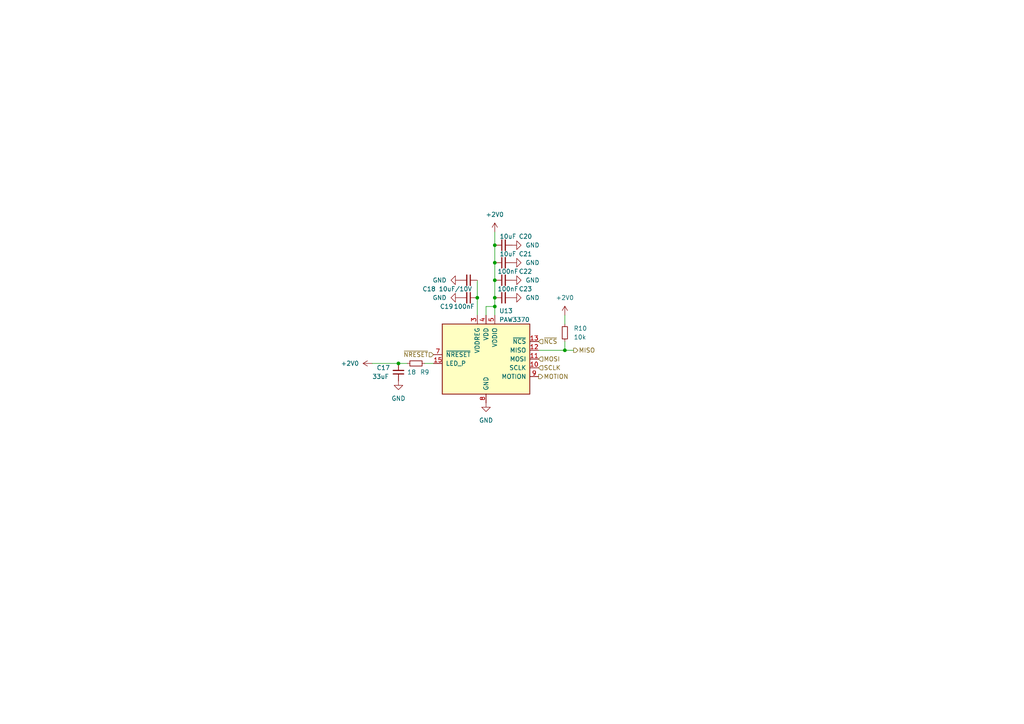
<source format=kicad_sch>
(kicad_sch (version 20230121) (generator eeschema)
  (paper "A4")
  (lib_symbols
    (symbol "2v:+2V" (power) (pin_numbers hide) (pin_names (offset 0) hide) (in_bom no) (on_board no)
      (property "Value" "+2V" (at 0 3.8 0))
      (symbol "+2V_0_1"
        (polyline (pts (xy -0.7623 1.3733) (xy -0.0003 2.6433)))
        (polyline (pts (xy -0.0003 2.6433) (xy 0.7617 1.3733)))
        (polyline (pts (xy 0 0) (xy 0 2.54)))
      )
      (symbol "+2V_1_1"
        (pin power_in line (at 0 0 90) (length 0) hide (name "+2V0") (number "1"))
      )
    )
    (symbol "Device:C_Small" (pin_numbers hide) (pin_names (offset 0.254) hide)
      (property "Reference" "C" (at 0.254 1.778 0))
      (property "Value" "C_Small" (at 0.254 -2.032 0))
      (symbol "C_Small_0_1"
        (polyline (pts (xy -1.524 -0.508) (xy 1.524 -0.508)) (stroke (width 0.3302)))
        (polyline (pts (xy -1.524 0.508) (xy 1.524 0.508)) (stroke (width 0.3048)))
      )
      (symbol "C_Small_1_1"
        (pin passive line (at 0 2.54 270) (length 2.032) (name "~") (number "1"))
        (pin passive line (at 0 -2.54 90) (length 2.032) (name "~") (number "2"))
      )
    )
    (symbol "Device:R_Small" (pin_numbers hide) (pin_names (offset 0.254) hide)
      (property "Reference" "R" (at 0.762 0.508 0))
      (property "Value" "R_Small" (at 0.762 -1.016 0))
      (symbol "R_Small_0_1"
        (rectangle (start -0.762 1.778) (end 0.762 -1.778) (stroke (width 0.2032)))
      )
      (symbol "R_Small_1_1"
        (pin passive line (at 0 2.54 270) (length 0.762) (name "~") (number "1"))
        (pin passive line (at 0 -2.54 90) (length 0.762) (name "~") (number "2"))
      )
    )
    (symbol "Sensor:PAW3370" (pin_names (offset 1.016))
      (property "Reference" "U" (at -15.24 21.59 0))
      (property "Value" "PAW3370" (at -15.24 19.05 0))
      (symbol "PAW3370_0_1"
        (rectangle (start -12.7 17.78) (end 12.7 -2.54) (stroke (width 0.254)) (fill (type background)))
      )
      (symbol "PAW3370_1_1"
        (pin no_connect line (at -10.16 -5.08 90) (length 2.54) hide (name "NC") (number "1"))
        (pin input line (at 15.24 5.08 180) (length 2.54) (name "SCLK") (number "10"))
        (pin input line (at 15.24 7.62 180) (length 2.54) (name "MOSI") (number "11"))
        (pin output line (at 15.24 10.16 180) (length 2.54) (name "MISO") (number "12"))
        (pin input line (at 15.24 12.7 180) (length 2.54) (name "~{NCS}") (number "13"))
        (pin no_connect line (at 7.62 -5.08 90) (length 2.54) hide (name "NC") (number "14"))
        (pin input line (at -15.24 6.35 0) (length 2.54) (name "LED_P") (number "15"))
        (pin no_connect line (at 10.16 -5.08 90) (length 2.54) hide (name "NC") (number "16"))
        (pin no_connect line (at -7.62 -5.08 90) (length 2.54) hide (name "NC") (number "2"))
        (pin power_in line (at -2.54 20.32 270) (length 2.54) (name "VDDREG") (number "3"))
        (pin power_in line (at 0 20.32 270) (length 2.54) (name "VDD") (number "4"))
        (pin power_in line (at 2.54 20.32 270) (length 2.54) (name "VDDIO") (number "5"))
        (pin no_connect line (at 5.08 -5.08 90) (length 2.54) hide (name "NC") (number "6"))
        (pin input line (at -15.24 8.89 0) (length 2.54) (name "~{NRESET}") (number "7"))
        (pin power_in line (at 0 -5.08 90) (length 2.54) (name "GND") (number "8"))
        (pin output line (at 15.24 2.54 180) (length 2.54) (name "MOTION") (number "9"))
      )
    )
    (symbol "power:GND" (power) (pin_names (offset 0))
      (property "Value" "GND" (at 0 -3.81 0))
      (symbol "GND_0_1"
        (polyline (pts (xy 0 0) (xy 0 -1.27) (xy 1.27 -1.27) (xy 0 -2.54) (xy -1.27 -1.27) (xy 0 -1.27)))
      )
      (symbol "GND_1_1"
        (pin power_in line (at 0 0 270) (length 0) hide (name "GND") (number "1"))
      )
    )
  )
  (junction (at 143.51 86.36))
  (junction (at 143.51 88.9))
  (junction (at 115.57 105.41))
  (junction (at 143.51 71.12))
  (junction (at 163.83 101.6))
  (junction (at 143.51 81.28))
  (junction (at 138.43 86.36))
  (junction (at 143.51 76.2))
  (wire (pts (xy 140.97 91.44) (xy 140.97 88.9)))
  (wire (pts (xy 107.95 105.41) (xy 115.57 105.41)))
  (wire (pts (xy 143.51 86.36) (xy 143.51 88.9)))
  (wire (pts (xy 143.51 88.9) (xy 143.51 91.44)))
  (wire (pts (xy 143.51 67.31) (xy 143.51 71.12)))
  (wire (pts (xy 123.19 105.41) (xy 125.73 105.41)))
  (wire (pts (xy 163.83 99.06) (xy 163.83 101.6)))
  (wire (pts (xy 143.51 71.12) (xy 143.51 76.2)))
  (wire (pts (xy 163.83 91.44) (xy 163.83 93.98)))
  (wire (pts (xy 166.37 101.6) (xy 163.83 101.6)))
  (wire (pts (xy 163.83 101.6) (xy 156.21 101.6)))
  (wire (pts (xy 143.51 81.28) (xy 143.51 86.36)))
  (wire (pts (xy 138.43 86.36) (xy 138.43 91.44)))
  (wire (pts (xy 115.57 105.41) (xy 118.11 105.41)))
  (wire (pts (xy 143.51 76.2) (xy 143.51 81.28)))
  (wire (pts (xy 138.43 81.28) (xy 138.43 86.36)))
  (wire (pts (xy 140.97 88.9) (xy 143.51 88.9)))
  (hierarchical_label "SCLK" (shape input) (at 156.21 106.68 0))
  (hierarchical_label "MISO" (shape output) (at 166.37 101.6 0))
  (hierarchical_label "~{NRESET}" (shape input) (at 125.73 102.87 180))
  (hierarchical_label "~{NCS}" (shape input) (at 156.21 99.06 0))
  (hierarchical_label "MOSI" (shape input) (at 156.21 104.14 0))
  (hierarchical_label "MOTION" (shape output) (at 156.21 109.22 0))
  (symbol (lib_id "Device:C_Small") (at 146.05 81.28 90) (unit 1)
    (property "Reference" "C22" (at 152.4 78.74 90))
    (property "Value" "100nF" (at 147.32 78.74 90))
    (property "Footprint" "Capacitor_SMD:C_0603_1608Metric" (effects hide))
  )
  (symbol (lib_id "2v:+2V") (at 163.83 91.44 0) (unit 1) (in_bom no) (on_board no)
    (property "Reference" "#PWR068" (effects hide))
    (property "Value" "+2V" (at 163.8297 86.36 0))
  )
  (symbol (lib_id "Device:R_Small") (at 120.65 105.41 90) (unit 1)
    (property "Reference" "R9" (at 123.19 107.95 90))
    (property "Value" "18" (at 119.38 107.95 90))
    (property "Footprint" "Resistor_SMD:R_0603_1608Metric" (effects hide))
  )
  (symbol (lib_id "power:GND") (at 148.59 71.12 90) (unit 1)
    (property "Reference" "#PWR064" (effects hide))
    (property "Value" "GND" (at 152.4 71.12 90) (effects (justify right)))
  )
  (symbol (lib_id "Device:C_Small") (at 146.05 76.2 90) (unit 1)
    (property "Reference" "C21" (at 152.4 73.66 90))
    (property "Value" "10uF" (at 147.32 73.66 90))
    (property "Footprint" "Capacitor_SMD:C_0603_1608Metric" (effects hide))
  )
  (symbol (lib_id "2v:+2V") (at 143.51 67.31 0) (unit 1) (in_bom no) (on_board no)
    (property "Reference" "#PWR063" (effects hide))
    (property "Value" "+2V" (at 143.5097 62.23 0))
  )
  (symbol (lib_id "Device:C_Small") (at 115.57 107.95 180) (unit 1)
    (property "Reference" "C17" (at 109.22 106.68 0) (effects (justify right)))
    (property "Value" "33uF" (at 107.95 109.22 0) (effects (justify right)))
    (property "Footprint" "Capacitor_SMD:C_0603_1608Metric" (effects hide))
  )
  (symbol (lib_id "power:GND") (at 140.97 116.84 0) (unit 1)
    (property "Reference" "#PWR062" (effects hide))
    (property "Value" "GND" (at 140.97 121.92 0))
  )
  (symbol (lib_id "2v:+2V") (at 107.95 105.41 90) (unit 1) (in_bom no) (on_board no)
    (property "Reference" "#PWR058" (effects hide))
    (property "Value" "+2V" (at 104.14 105.4103 90) (effects (justify left)))
  )
  (symbol (lib_id "Device:C_Small") (at 146.05 86.36 90) (unit 1)
    (property "Reference" "C23" (at 152.4 83.82 90))
    (property "Value" "100nF" (at 147.32 83.82 90))
    (property "Footprint" "Capacitor_SMD:C_0603_1608Metric" (effects hide))
  )
  (symbol (lib_id "power:GND") (at 115.57 110.49 0) (unit 1)
    (property "Reference" "#PWR059" (effects hide))
    (property "Value" "GND" (at 115.57 115.57 0))
  )
  (symbol (lib_id "power:GND") (at 148.59 86.36 90) (unit 1)
    (property "Reference" "#PWR067" (effects hide))
    (property "Value" "GND" (at 152.4 86.36 90) (effects (justify right)))
  )
  (symbol (lib_id "Sensor:PAW3370") (at 140.97 111.76 0) (unit 1)
    (property "Reference" "U13" (at 144.78 90.17 0) (effects (justify left)))
    (property "Value" "PAW3370" (at 144.78 92.71 0) (effects (justify left)))
    (property "Footprint" "Sensor:PAW3370DM-T4QU 16Pin" (effects hide))
    (property "Datasheet" "https://www.pixart.com/products-detail/135/PAW3370DM-T4QU" (effects hide))
  )
  (symbol (lib_id "Device:C_Small") (at 135.89 81.28 270) (unit 1)
    (property "Reference" "C18" (at 124.46 83.82 90))
    (property "Value" "10uF/10V" (at 132.08 83.82 90))
    (property "Footprint" "Capacitor_SMD:C_0603_1608Metric" (effects hide))
  )
  (symbol (lib_id "Device:C_Small") (at 135.89 86.36 270) (unit 1)
    (property "Reference" "C19" (at 129.54 88.9 90))
    (property "Value" "100nF" (at 134.62 88.9 90))
    (property "Footprint" "Capacitor_SMD:C_0603_1608Metric" (effects hide))
  )
  (symbol (lib_id "Device:R_Small") (at 163.83 96.52 0) (unit 1)
    (property "Reference" "R10" (at 166.37 95.25 0) (effects (justify left)))
    (property "Value" "10k" (at 166.37 97.79 0) (effects (justify left)))
    (property "Footprint" "Resistor_SMD:R_0603_1608Metric" (effects hide))
  )
  (symbol (lib_id "Device:C_Small") (at 146.05 71.12 90) (unit 1)
    (property "Reference" "C20" (at 152.4 68.58 90))
    (property "Value" "10uF" (at 147.32 68.58 90))
    (property "Footprint" "Capacitor_SMD:C_0603_1608Metric" (effects hide))
  )
  (symbol (lib_id "power:GND") (at 133.35 86.36 270) (unit 1)
    (property "Reference" "#PWR061" (effects hide))
    (property "Value" "GND" (at 129.54 86.36 90) (effects (justify right)))
  )
  (symbol (lib_id "power:GND") (at 148.59 76.2 90) (unit 1)
    (property "Reference" "#PWR065" (effects hide))
    (property "Value" "GND" (at 152.4 76.2 90) (effects (justify right)))
  )
  (symbol (lib_id "power:GND") (at 133.35 81.28 270) (unit 1)
    (property "Reference" "#PWR060" (effects hide))
    (property "Value" "GND" (at 129.54 81.28 90) (effects (justify right)))
  )
  (symbol (lib_id "power:GND") (at 148.59 81.28 90) (unit 1)
    (property "Reference" "#PWR066" (effects hide))
    (property "Value" "GND" (at 152.4 81.28 90) (effects (justify right)))
  )
)
</source>
